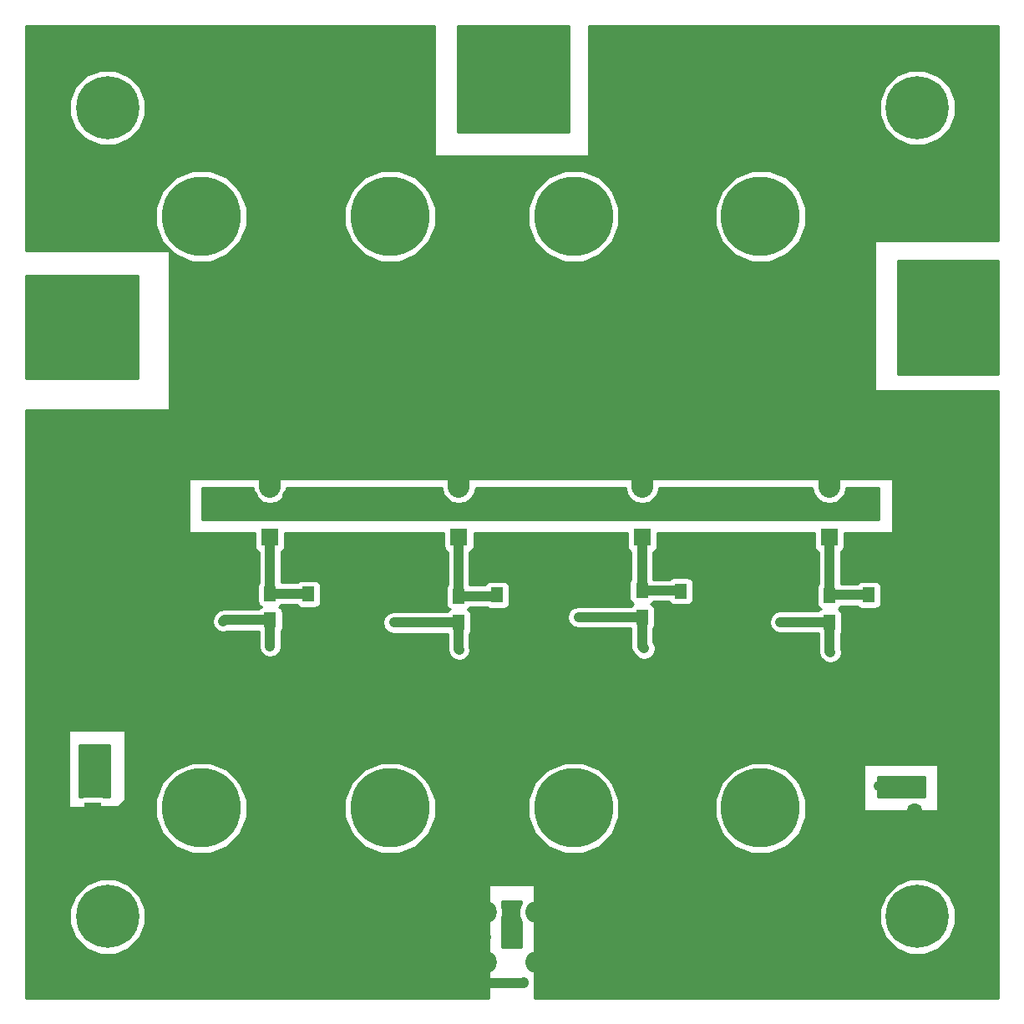
<source format=gbr>
G04 #@! TF.FileFunction,Copper,L2,Bot,Signal*
%FSLAX46Y46*%
G04 Gerber Fmt 4.6, Leading zero omitted, Abs format (unit mm)*
G04 Created by KiCad (PCBNEW 4.0.2-stable) date 10/05/17 14:11:08*
%MOMM*%
G01*
G04 APERTURE LIST*
%ADD10C,0.100000*%
%ADD11R,1.800000X1.800000*%
%ADD12O,1.800000X1.800000*%
%ADD13C,8.000000*%
%ADD14C,6.400000*%
%ADD15C,0.800000*%
%ADD16R,1.700000X1.700000*%
%ADD17O,1.700000X1.700000*%
%ADD18O,5.001260X2.500000*%
%ADD19O,2.500000X5.001260*%
%ADD20C,2.200000*%
%ADD21C,2.000000*%
%ADD22R,1.300000X1.500000*%
%ADD23C,0.600000*%
%ADD24C,1.000000*%
%ADD25C,2.200000*%
%ADD26C,0.500000*%
%ADD27C,0.254000*%
G04 APERTURE END LIST*
D10*
D11*
X123116980Y-98024760D03*
D12*
X123116980Y-95484760D03*
X123116980Y-92944760D03*
D13*
X116150000Y-125500000D03*
X116150000Y-65500000D03*
D11*
X160666980Y-98024760D03*
D12*
X160666980Y-95484760D03*
X160666980Y-92944760D03*
D13*
X153700000Y-125500000D03*
X153700000Y-65500000D03*
D11*
X103966980Y-98024760D03*
D12*
X103966980Y-95484760D03*
X103966980Y-92944760D03*
D13*
X97000000Y-125500000D03*
X97000000Y-65500000D03*
D11*
X141716980Y-98024760D03*
D12*
X141716980Y-95484760D03*
X141716980Y-92944760D03*
D13*
X134750000Y-125500000D03*
X134750000Y-65500000D03*
D14*
X87500000Y-136500000D03*
D15*
X89900000Y-136500000D03*
X89197056Y-138197056D03*
X87500000Y-138900000D03*
X85802944Y-138197056D03*
X85100000Y-136500000D03*
X85802944Y-134802944D03*
X87500000Y-134100000D03*
X89197056Y-134802944D03*
D14*
X169600000Y-136500000D03*
D15*
X172000000Y-136500000D03*
X171297056Y-138197056D03*
X169600000Y-138900000D03*
X167902944Y-138197056D03*
X167200000Y-136500000D03*
X167902944Y-134802944D03*
X169600000Y-134100000D03*
X171297056Y-134802944D03*
D14*
X169600000Y-54500000D03*
D15*
X172000000Y-54500000D03*
X171297056Y-56197056D03*
X169600000Y-56900000D03*
X167902944Y-56197056D03*
X167200000Y-54500000D03*
X167902944Y-52802944D03*
X169600000Y-52100000D03*
X171297056Y-52802944D03*
D14*
X87500000Y-54500000D03*
D15*
X89900000Y-54500000D03*
X89197056Y-56197056D03*
X87500000Y-56900000D03*
X85802944Y-56197056D03*
X85100000Y-54500000D03*
X85802944Y-52802944D03*
X87500000Y-52100000D03*
X89197056Y-52802944D03*
D16*
X169350000Y-123350000D03*
D17*
X169350000Y-125890000D03*
D18*
X172300000Y-95068800D03*
X172300000Y-99031200D03*
D16*
X86000000Y-125800000D03*
D17*
X86000000Y-123260000D03*
D19*
X126518800Y-51950000D03*
X130481200Y-51950000D03*
D18*
X172700000Y-74018800D03*
X172700000Y-77981200D03*
X85450000Y-78681200D03*
X85450000Y-74718800D03*
D20*
X125860000Y-136060000D03*
X130940000Y-136060000D03*
X130940000Y-141140000D03*
X125860000Y-141140000D03*
D21*
X128400000Y-138600000D03*
D18*
X84600000Y-104481200D03*
X84600000Y-100518800D03*
D22*
X104000000Y-103750000D03*
X104000000Y-106450000D03*
X107850000Y-103800000D03*
X107850000Y-106500000D03*
X123100000Y-104000000D03*
X123100000Y-106700000D03*
X127000000Y-103900000D03*
X127000000Y-106600000D03*
X141700000Y-103450000D03*
X141700000Y-106150000D03*
X145600000Y-103500000D03*
X145600000Y-106200000D03*
X160700000Y-103950000D03*
X160700000Y-106650000D03*
X164650000Y-103900000D03*
X164650000Y-106600000D03*
D23*
X82500000Y-106500000D03*
X79800000Y-107200000D03*
X80100000Y-104900000D03*
X80600000Y-102400000D03*
X80100000Y-100600000D03*
X80200000Y-97900000D03*
X82000000Y-97700000D03*
X84800000Y-97700000D03*
X87400000Y-98700000D03*
X90500000Y-99100000D03*
X93100000Y-98800000D03*
X93000000Y-101600000D03*
X91200000Y-101700000D03*
X88600000Y-101700000D03*
X88800000Y-103800000D03*
X90900000Y-104000000D03*
X93100000Y-103600000D03*
X93300000Y-106200000D03*
X91600000Y-106200000D03*
X89100000Y-106300000D03*
X87100000Y-107900000D03*
X84300000Y-108400000D03*
X82100000Y-109000000D03*
X80400000Y-109100000D03*
X81400000Y-112400000D03*
X84700000Y-112400000D03*
X86500000Y-110400000D03*
X89600000Y-108700000D03*
X92400000Y-108700000D03*
X89700000Y-112100000D03*
X87000000Y-114100000D03*
X84900000Y-116100000D03*
X83800000Y-114300000D03*
X80700000Y-114100000D03*
X81100000Y-117000000D03*
X81300000Y-119200000D03*
X81200000Y-121700000D03*
X81100000Y-124500000D03*
X81200000Y-127700000D03*
X87380000Y-142600000D03*
X93470000Y-138180000D03*
X96390000Y-138430000D03*
X99950000Y-133600000D03*
X99570000Y-136020000D03*
X98810000Y-143130000D03*
X105280000Y-143130000D03*
X105160000Y-139950000D03*
X107700000Y-131700000D03*
X110490000Y-124590000D03*
X110360000Y-127890000D03*
X107320000Y-127380000D03*
X108200000Y-122680000D03*
X108330000Y-119760000D03*
X112400000Y-119130000D03*
X117480000Y-118750000D03*
X131480000Y-130060000D03*
X125170000Y-133710000D03*
X124460000Y-131310000D03*
X124460000Y-128100000D03*
X125080000Y-123570000D03*
X125170000Y-120020000D03*
X122860000Y-119210000D03*
X120730000Y-119300000D03*
X121970000Y-123040000D03*
X121440000Y-126860000D03*
X115750000Y-140320000D03*
X113610000Y-142850000D03*
X112360000Y-141310000D03*
X109420000Y-141160000D03*
X109840000Y-137960000D03*
X112930000Y-138760000D03*
X116240000Y-136170000D03*
X114150000Y-133730000D03*
X113610000Y-135900000D03*
X110910000Y-136060000D03*
X110300000Y-132550000D03*
X110720000Y-130190000D03*
X114300000Y-131520000D03*
X118640000Y-131370000D03*
X121730000Y-130530000D03*
X121880000Y-135290000D03*
X118110000Y-134720000D03*
X118220000Y-142950000D03*
X119710000Y-137730000D03*
X124020000Y-140930000D03*
X122420000Y-143520000D03*
X120360000Y-141810000D03*
X123480000Y-138460000D03*
X125390000Y-143220000D03*
X129730000Y-143160000D03*
X132460000Y-142690000D03*
X136250000Y-142650000D03*
X141050000Y-142650000D03*
X145280000Y-142840000D03*
X148440000Y-142840000D03*
X152210000Y-142840000D03*
X154650000Y-142950000D03*
X158700000Y-142890000D03*
X159650000Y-139980000D03*
X159650000Y-136460000D03*
X157020000Y-135790000D03*
X156580000Y-138640000D03*
X156520000Y-140430000D03*
X153670000Y-140260000D03*
X152500000Y-137970000D03*
X153670000Y-135840000D03*
X150480000Y-135620000D03*
X150480000Y-138410000D03*
X149810000Y-140370000D03*
X146740000Y-140480000D03*
X147750000Y-136850000D03*
X144510000Y-137130000D03*
X144230000Y-140200000D03*
X141820000Y-140200000D03*
X141430000Y-137240000D03*
X139480000Y-136070000D03*
X138750000Y-138920000D03*
X136570000Y-141320000D03*
X136400000Y-140200000D03*
X135170000Y-137970000D03*
X136740000Y-137520000D03*
X135840000Y-133830000D03*
X134780000Y-132160000D03*
X131430000Y-131820000D03*
X159260000Y-131650000D03*
X155910000Y-130980000D03*
X151990000Y-131320000D03*
X147470000Y-129920000D03*
X143500000Y-130590000D03*
X140650000Y-130090000D03*
X142160000Y-127570000D03*
X140650000Y-126070000D03*
X139420000Y-122210000D03*
X138300000Y-119470000D03*
X141150000Y-118630000D03*
X142490000Y-123160000D03*
X145060000Y-127020000D03*
X147300000Y-125230000D03*
X144670000Y-122320000D03*
X145790000Y-119920000D03*
X152780000Y-119300000D03*
X158140000Y-119080000D03*
X161600000Y-121820000D03*
X170490000Y-112150000D03*
X170150000Y-114830000D03*
X170150000Y-117460000D03*
X173340000Y-117240000D03*
X176080000Y-115950000D03*
X175930000Y-120280000D03*
X167400000Y-119570000D03*
X164640000Y-119300000D03*
X160910000Y-124820000D03*
X162950000Y-129080000D03*
X166070000Y-127300000D03*
X169890000Y-129880000D03*
X173440000Y-129880000D03*
X176290000Y-132280000D03*
X175500000Y-136550000D03*
X174070000Y-138680000D03*
X172730000Y-143110000D03*
X167250000Y-143720000D03*
X164290000Y-140760000D03*
X164120000Y-132490000D03*
X159980000Y-133660000D03*
X155960000Y-133610000D03*
X152660000Y-133440000D03*
X148190000Y-133050000D03*
X144550000Y-134770000D03*
X138150000Y-133710000D03*
X132730000Y-135840000D03*
X131770000Y-133440000D03*
X169930000Y-107510000D03*
X170380000Y-109970000D03*
X173280000Y-109970000D03*
X176410000Y-109360000D03*
X176440000Y-106000000D03*
X174400000Y-106650000D03*
X172300000Y-105030000D03*
X169930000Y-104410000D03*
X169960000Y-101420000D03*
X172140000Y-101930000D03*
X174260000Y-103660000D03*
X176640000Y-102310000D03*
X175020000Y-100890000D03*
X176540000Y-99140000D03*
X175290000Y-97190000D03*
X176410000Y-94820000D03*
X176300000Y-112600000D03*
X172300000Y-114270000D03*
X116500000Y-137300000D03*
X115750000Y-142600000D03*
X110850000Y-142850000D03*
X107750000Y-139650000D03*
X108800000Y-135200000D03*
X103100000Y-135150000D03*
X102500000Y-138850000D03*
X102850000Y-141950000D03*
X97350000Y-140550000D03*
X97350000Y-134700000D03*
X94400000Y-133100000D03*
X94050000Y-142250000D03*
X91400000Y-142400000D03*
X83750000Y-142600000D03*
X81450000Y-139850000D03*
X81150000Y-135150000D03*
X81600000Y-130750000D03*
X84300000Y-130600000D03*
X87750000Y-129950000D03*
X90600000Y-130750000D03*
X98300000Y-131150000D03*
X102050000Y-131150000D03*
X105800000Y-131150000D03*
X105450000Y-126700000D03*
X102600000Y-124550000D03*
X105150000Y-122700000D03*
X105500000Y-119150000D03*
X101100000Y-119850000D03*
X95850000Y-119150000D03*
X91500000Y-120200000D03*
X89950000Y-124650000D03*
X166350000Y-129800000D03*
X162050000Y-131700000D03*
X161650000Y-135900000D03*
X163600000Y-142100000D03*
X169650000Y-142500000D03*
X175500000Y-139700000D03*
X175500000Y-133500000D03*
X174000000Y-126600000D03*
X172550000Y-119550000D03*
X172300000Y-116100000D03*
X172300000Y-112100000D03*
X172350000Y-107900000D03*
D15*
X85900000Y-120500000D03*
X128400000Y-136400000D03*
X165700000Y-123300000D03*
X167400000Y-123300000D03*
X104000000Y-109100000D03*
X141900000Y-109300000D03*
X123150000Y-109450000D03*
X160800000Y-109700000D03*
X155700000Y-106650000D03*
X135250000Y-106150000D03*
X116550000Y-106700000D03*
X99250000Y-106550000D03*
D23*
X164700000Y-95500000D03*
X164600000Y-93600000D03*
X162700000Y-93500000D03*
X162800000Y-95400000D03*
X159200000Y-94400000D03*
X157700000Y-95500000D03*
X157700000Y-93900000D03*
X156000000Y-93800000D03*
X156200000Y-95400000D03*
X154500000Y-95700000D03*
X154300000Y-93700000D03*
X153100000Y-93700000D03*
X153000000Y-95600000D03*
X151400000Y-95700000D03*
X151600000Y-93700000D03*
X149900000Y-94000000D03*
X149900000Y-95400000D03*
X148100000Y-95600000D03*
X148200000Y-93800000D03*
X146600000Y-93900000D03*
X146500000Y-95500000D03*
X145200000Y-95400000D03*
X145200000Y-93800000D03*
X143700000Y-93800000D03*
X143500000Y-95500000D03*
X139900000Y-94300000D03*
X139900000Y-95600000D03*
X138500000Y-95600000D03*
X138600000Y-93600000D03*
X137100000Y-93800000D03*
X137200000Y-95600000D03*
X135400000Y-95600000D03*
X135700000Y-93800000D03*
X133900000Y-93600000D03*
X133900000Y-95600000D03*
X132500000Y-95600000D03*
X132700000Y-93800000D03*
X131100000Y-93700000D03*
X130800000Y-95500000D03*
X129500000Y-95500000D03*
X129800000Y-93700000D03*
X128200000Y-93900000D03*
X128100000Y-95600000D03*
X126700000Y-95600000D03*
X126800000Y-93500000D03*
X125300000Y-93800000D03*
X125300000Y-95400000D03*
X121400000Y-94500000D03*
X120400000Y-95600000D03*
X120400000Y-93600000D03*
X118900000Y-93800000D03*
X119000000Y-95400000D03*
X117200000Y-95400000D03*
X117200000Y-93800000D03*
X115300000Y-93900000D03*
X115300000Y-95500000D03*
X113500000Y-95500000D03*
X113400000Y-93700000D03*
X111700000Y-93900000D03*
X111700000Y-95700000D03*
X110100000Y-95600000D03*
X110300000Y-93700000D03*
X108600000Y-93600000D03*
X108600000Y-95500000D03*
X107200000Y-95500000D03*
X107300000Y-93700000D03*
X105700000Y-93800000D03*
X105800000Y-95500000D03*
X102300000Y-93900000D03*
X101000000Y-93800000D03*
X99900000Y-93700000D03*
X98500000Y-93500000D03*
X97600000Y-94500000D03*
X98500000Y-95400000D03*
X99900000Y-95400000D03*
X101900000Y-95400000D03*
X83040000Y-76900000D03*
X80230000Y-77160000D03*
X79790000Y-75680000D03*
X81700000Y-74840000D03*
X79810000Y-73140000D03*
X81440000Y-72540000D03*
X82940000Y-72600000D03*
X84460000Y-72600000D03*
X86590000Y-72410000D03*
X88110000Y-72620000D03*
X89100000Y-72180000D03*
X89790000Y-73130000D03*
X88860000Y-74430000D03*
X89830000Y-75730000D03*
X88070000Y-77070000D03*
X89670000Y-77910000D03*
X88800000Y-78900000D03*
X89940000Y-80040000D03*
X88510000Y-80950000D03*
X86200000Y-81120000D03*
X84530000Y-81120000D03*
X82910000Y-80470000D03*
X81420000Y-80020000D03*
X80910000Y-81340000D03*
X79840000Y-80470000D03*
X79920000Y-78760000D03*
X81750000Y-78570000D03*
X170750000Y-75900000D03*
X169220000Y-76280000D03*
X168290000Y-75240000D03*
X168190000Y-73620000D03*
X169550000Y-72320000D03*
X169630000Y-70730000D03*
X171720000Y-71710000D03*
X172960000Y-70770000D03*
X174550000Y-71830000D03*
X175790000Y-70630000D03*
X177210000Y-70820000D03*
X177410000Y-72340000D03*
X175830000Y-73090000D03*
X176830000Y-74800000D03*
X175570000Y-76020000D03*
X177030000Y-76610000D03*
X176190000Y-77920000D03*
X176800000Y-78790000D03*
X176580000Y-80520000D03*
X174900000Y-80410000D03*
X173090000Y-80220000D03*
X171240000Y-80270000D03*
X169040000Y-79910000D03*
X169060000Y-78000000D03*
X126380000Y-55120000D03*
X128780000Y-54460000D03*
X129120000Y-56160000D03*
X127620000Y-56290000D03*
X125390000Y-56390000D03*
X123860000Y-56430000D03*
X123830000Y-54900000D03*
X123830000Y-52650000D03*
X123790000Y-50670000D03*
X123690000Y-48590000D03*
X123810000Y-46760000D03*
X125270000Y-46800000D03*
X125130000Y-48540000D03*
X126840000Y-48500000D03*
X126920000Y-46700000D03*
X128540000Y-46880000D03*
X128540000Y-48540000D03*
X130430000Y-48500000D03*
X130370000Y-46800000D03*
X132850000Y-46790000D03*
X132930000Y-48620000D03*
X132930000Y-50860000D03*
X133010000Y-53000000D03*
X132850000Y-55780000D03*
X130680000Y-55850000D03*
D24*
X82500000Y-106500000D02*
X84518800Y-104481200D01*
X79800000Y-105200000D02*
X79800000Y-107200000D01*
X80100000Y-104900000D02*
X79800000Y-105200000D01*
X80600000Y-101100000D02*
X80600000Y-102400000D01*
X80100000Y-100600000D02*
X80600000Y-101100000D01*
X81800000Y-97900000D02*
X80200000Y-97900000D01*
X82000000Y-97700000D02*
X81800000Y-97900000D01*
X86400000Y-97700000D02*
X84800000Y-97700000D01*
X87400000Y-98700000D02*
X86400000Y-97700000D01*
X92800000Y-99100000D02*
X90500000Y-99100000D01*
X93100000Y-98800000D02*
X92800000Y-99100000D01*
X91300000Y-101600000D02*
X93000000Y-101600000D01*
X91200000Y-101700000D02*
X91300000Y-101600000D01*
X88600000Y-103600000D02*
X88600000Y-101700000D01*
X88800000Y-103800000D02*
X88600000Y-103600000D01*
X92700000Y-104000000D02*
X90900000Y-104000000D01*
X93100000Y-103600000D02*
X92700000Y-104000000D01*
X91600000Y-106200000D02*
X93300000Y-106200000D01*
X88700000Y-106300000D02*
X89100000Y-106300000D01*
X87100000Y-107900000D02*
X88700000Y-106300000D01*
X82700000Y-108400000D02*
X84300000Y-108400000D01*
X82100000Y-109000000D02*
X82700000Y-108400000D01*
X80400000Y-111400000D02*
X80400000Y-109100000D01*
X81400000Y-112400000D02*
X80400000Y-111400000D01*
X84700000Y-112200000D02*
X84700000Y-112400000D01*
X86500000Y-110400000D02*
X84700000Y-112200000D01*
X92400000Y-108700000D02*
X89600000Y-108700000D01*
X89000000Y-112100000D02*
X89700000Y-112100000D01*
X87000000Y-114100000D02*
X89000000Y-112100000D01*
X84900000Y-115400000D02*
X84900000Y-116100000D01*
X83800000Y-114300000D02*
X84900000Y-115400000D01*
X80700000Y-116600000D02*
X80700000Y-114100000D01*
X81100000Y-117000000D02*
X80700000Y-116600000D01*
X81300000Y-121600000D02*
X81300000Y-119200000D01*
X81200000Y-121700000D02*
X81300000Y-121600000D01*
X81100000Y-127600000D02*
X81100000Y-124500000D01*
X81200000Y-127700000D02*
X81100000Y-127600000D01*
X84518800Y-104481200D02*
X84600000Y-104481200D01*
D25*
X103966980Y-92944760D02*
X103966980Y-88633020D01*
X103966980Y-88633020D02*
X104100000Y-88500000D01*
X123116980Y-92944760D02*
X123116980Y-89283020D01*
X123116980Y-89283020D02*
X123400000Y-89000000D01*
X141716980Y-92944760D02*
X141716980Y-90683020D01*
X141716980Y-90683020D02*
X142000000Y-90400000D01*
X160666980Y-92944760D02*
X160666980Y-91333020D01*
X160666980Y-91333020D02*
X160700000Y-91300000D01*
D24*
X89050000Y-142600000D02*
X87380000Y-142600000D01*
X93470000Y-138180000D02*
X89050000Y-142600000D01*
X96390000Y-137160000D02*
X96390000Y-138430000D01*
X99950000Y-133600000D02*
X96390000Y-137160000D01*
X99570000Y-142370000D02*
X99570000Y-136020000D01*
X98810000Y-143130000D02*
X99570000Y-142370000D01*
X105280000Y-140070000D02*
X105280000Y-143130000D01*
X105160000Y-139950000D02*
X105280000Y-140070000D01*
X107700000Y-127380000D02*
X107700000Y-131700000D01*
X110490000Y-124590000D02*
X107700000Y-127380000D01*
X107830000Y-127890000D02*
X110360000Y-127890000D01*
X107320000Y-127380000D02*
X107830000Y-127890000D01*
X108200000Y-119890000D02*
X108200000Y-122680000D01*
X108330000Y-119760000D02*
X108200000Y-119890000D01*
X117100000Y-119130000D02*
X112400000Y-119130000D01*
X117480000Y-118750000D02*
X117100000Y-119130000D01*
X128820000Y-130060000D02*
X131480000Y-130060000D01*
X125170000Y-133710000D02*
X128820000Y-130060000D01*
X124460000Y-128100000D02*
X124460000Y-131310000D01*
X125080000Y-120110000D02*
X125080000Y-123570000D01*
X125170000Y-120020000D02*
X125080000Y-120110000D01*
X120820000Y-119210000D02*
X122860000Y-119210000D01*
X120730000Y-119300000D02*
X120820000Y-119210000D01*
X121970000Y-126330000D02*
X121970000Y-123040000D01*
X121440000Y-126860000D02*
X121970000Y-126330000D01*
X125860000Y-138600000D02*
X123620000Y-138600000D01*
X115750000Y-140710000D02*
X115750000Y-140320000D01*
X113610000Y-142850000D02*
X115750000Y-140710000D01*
X109570000Y-141310000D02*
X112360000Y-141310000D01*
X109420000Y-141160000D02*
X109570000Y-141310000D01*
X112130000Y-137960000D02*
X109840000Y-137960000D01*
X112930000Y-138760000D02*
X112130000Y-137960000D01*
X116240000Y-135820000D02*
X116240000Y-136170000D01*
X114150000Y-133730000D02*
X116240000Y-135820000D01*
X111070000Y-135900000D02*
X113610000Y-135900000D01*
X110910000Y-136060000D02*
X111070000Y-135900000D01*
X110300000Y-130610000D02*
X110300000Y-132550000D01*
X110720000Y-130190000D02*
X110300000Y-130610000D01*
X118490000Y-131520000D02*
X114300000Y-131520000D01*
X118640000Y-131370000D02*
X118490000Y-131520000D01*
X121730000Y-135140000D02*
X121730000Y-130530000D01*
X121880000Y-135290000D02*
X121730000Y-135140000D01*
X118110000Y-142840000D02*
X118110000Y-134720000D01*
X118220000Y-142950000D02*
X118110000Y-142840000D01*
X120820000Y-137730000D02*
X119710000Y-137730000D01*
X124020000Y-140930000D02*
X120820000Y-137730000D01*
X122070000Y-143520000D02*
X122420000Y-143520000D01*
X120360000Y-141810000D02*
X122070000Y-143520000D01*
X123620000Y-138600000D02*
X123480000Y-138460000D01*
X132460000Y-142690000D02*
X136210000Y-142690000D01*
X129670000Y-143220000D02*
X125390000Y-143220000D01*
X129730000Y-143160000D02*
X129670000Y-143220000D01*
X136210000Y-142690000D02*
X136250000Y-142650000D01*
X141050000Y-142650000D02*
X141240000Y-142840000D01*
X141240000Y-142840000D02*
X145280000Y-142840000D01*
X148440000Y-142840000D02*
X152210000Y-142840000D01*
X154650000Y-142950000D02*
X154710000Y-142890000D01*
X154710000Y-142890000D02*
X158700000Y-142890000D01*
X159650000Y-139980000D02*
X159650000Y-136460000D01*
X157020000Y-135790000D02*
X156580000Y-136230000D01*
X156580000Y-136230000D02*
X156580000Y-138640000D01*
X156520000Y-140430000D02*
X156350000Y-140260000D01*
X156350000Y-140260000D02*
X153670000Y-140260000D01*
X152500000Y-137970000D02*
X153670000Y-136800000D01*
X153670000Y-136800000D02*
X153670000Y-135840000D01*
X150480000Y-135620000D02*
X150480000Y-138410000D01*
X149810000Y-140370000D02*
X149700000Y-140480000D01*
X149700000Y-140480000D02*
X146740000Y-140480000D01*
X147750000Y-136850000D02*
X147470000Y-137130000D01*
X147470000Y-137130000D02*
X144510000Y-137130000D01*
X144230000Y-140200000D02*
X141820000Y-140200000D01*
X141430000Y-137240000D02*
X140260000Y-136070000D01*
X140260000Y-136070000D02*
X139480000Y-136070000D01*
X138750000Y-138920000D02*
X136570000Y-141100000D01*
X136570000Y-141100000D02*
X136570000Y-141320000D01*
X136400000Y-140200000D02*
X135170000Y-138970000D01*
X135170000Y-138970000D02*
X135170000Y-137970000D01*
X136740000Y-137520000D02*
X135840000Y-136620000D01*
X135840000Y-136620000D02*
X135840000Y-133830000D01*
X134780000Y-132160000D02*
X134440000Y-131820000D01*
X134440000Y-131820000D02*
X131430000Y-131820000D01*
X132730000Y-134400000D02*
X132730000Y-135840000D01*
X160640000Y-130270000D02*
X160640000Y-128020000D01*
X159260000Y-131650000D02*
X160640000Y-130270000D01*
X152330000Y-130980000D02*
X155910000Y-130980000D01*
X151990000Y-131320000D02*
X152330000Y-130980000D01*
X144170000Y-129920000D02*
X147470000Y-129920000D01*
X143500000Y-130590000D02*
X144170000Y-129920000D01*
X140650000Y-129080000D02*
X140650000Y-130090000D01*
X142160000Y-127570000D02*
X140650000Y-129080000D01*
X140650000Y-123440000D02*
X140650000Y-126070000D01*
X139420000Y-122210000D02*
X140650000Y-123440000D01*
X140310000Y-119470000D02*
X138300000Y-119470000D01*
X141150000Y-118630000D02*
X140310000Y-119470000D01*
X142490000Y-124450000D02*
X142490000Y-123160000D01*
X145060000Y-127020000D02*
X142490000Y-124450000D01*
X147300000Y-124950000D02*
X147300000Y-125230000D01*
X144670000Y-122320000D02*
X147300000Y-124950000D01*
X152160000Y-119920000D02*
X145790000Y-119920000D01*
X152780000Y-119300000D02*
X152160000Y-119920000D01*
X158860000Y-119080000D02*
X158140000Y-119080000D01*
X161600000Y-121820000D02*
X158860000Y-119080000D01*
X172300000Y-112100000D02*
X172250000Y-112150000D01*
X172250000Y-112150000D02*
X170490000Y-112150000D01*
X170150000Y-114830000D02*
X170150000Y-117460000D01*
X173340000Y-117240000D02*
X174630000Y-115950000D01*
X174630000Y-115950000D02*
X176080000Y-115950000D01*
X175930000Y-120280000D02*
X175220000Y-119570000D01*
X175220000Y-119570000D02*
X167400000Y-119570000D01*
X164640000Y-119300000D02*
X160910000Y-123030000D01*
X160910000Y-123030000D02*
X160910000Y-124820000D01*
X160640000Y-128020000D02*
X161700000Y-129080000D01*
X161700000Y-129080000D02*
X162950000Y-129080000D01*
X166070000Y-127300000D02*
X168650000Y-129880000D01*
X168650000Y-129880000D02*
X169890000Y-129880000D01*
X173440000Y-129880000D02*
X175840000Y-132280000D01*
X175840000Y-132280000D02*
X176290000Y-132280000D01*
X175500000Y-136550000D02*
X174070000Y-137980000D01*
X174070000Y-137980000D02*
X174070000Y-138680000D01*
X172730000Y-143110000D02*
X172120000Y-143720000D01*
X172120000Y-143720000D02*
X167250000Y-143720000D01*
X164290000Y-140760000D02*
X164120000Y-140590000D01*
X164120000Y-140590000D02*
X164120000Y-132490000D01*
X159980000Y-133660000D02*
X159930000Y-133610000D01*
X159930000Y-133610000D02*
X155960000Y-133610000D01*
X152660000Y-133440000D02*
X152270000Y-133050000D01*
X152270000Y-133050000D02*
X148190000Y-133050000D01*
X144550000Y-134770000D02*
X143490000Y-133710000D01*
X143490000Y-133710000D02*
X138150000Y-133710000D01*
X131770000Y-133440000D02*
X132730000Y-134400000D01*
X172300000Y-95068800D02*
X176161200Y-95068800D01*
X170320000Y-107900000D02*
X172350000Y-107900000D01*
X169930000Y-107510000D02*
X170320000Y-107900000D01*
X173280000Y-109970000D02*
X170380000Y-109970000D01*
X176410000Y-106030000D02*
X176410000Y-109360000D01*
X176440000Y-106000000D02*
X176410000Y-106030000D01*
X173920000Y-106650000D02*
X174400000Y-106650000D01*
X172300000Y-105030000D02*
X173920000Y-106650000D01*
X169930000Y-101450000D02*
X169930000Y-104410000D01*
X169960000Y-101420000D02*
X169930000Y-101450000D01*
X172530000Y-101930000D02*
X172140000Y-101930000D01*
X174260000Y-103660000D02*
X172530000Y-101930000D01*
X176440000Y-102310000D02*
X176640000Y-102310000D01*
X175020000Y-100890000D02*
X176440000Y-102310000D01*
X176540000Y-98440000D02*
X176540000Y-99140000D01*
X175290000Y-97190000D02*
X176540000Y-98440000D01*
X176161200Y-95068800D02*
X176410000Y-94820000D01*
X172350000Y-107900000D02*
X176300000Y-111850000D01*
X176300000Y-111850000D02*
X176300000Y-112600000D01*
X172300000Y-114270000D02*
X172300000Y-112100000D01*
X88800000Y-125800000D02*
X86000000Y-125800000D01*
X116500000Y-137300000D02*
X115750000Y-138050000D01*
X115750000Y-138050000D02*
X115750000Y-142600000D01*
X110850000Y-142850000D02*
X107750000Y-139750000D01*
X107750000Y-139750000D02*
X107750000Y-139650000D01*
X108800000Y-135200000D02*
X108750000Y-135150000D01*
X108750000Y-135150000D02*
X103100000Y-135150000D01*
X102500000Y-138850000D02*
X102850000Y-139200000D01*
X102850000Y-139200000D02*
X102850000Y-141950000D01*
X97350000Y-140550000D02*
X97350000Y-134700000D01*
X94400000Y-133100000D02*
X94050000Y-133450000D01*
X94050000Y-133450000D02*
X94050000Y-142250000D01*
X91400000Y-142400000D02*
X91200000Y-142600000D01*
X91200000Y-142600000D02*
X83750000Y-142600000D01*
X81450000Y-139850000D02*
X81150000Y-139550000D01*
X81150000Y-139550000D02*
X81150000Y-135150000D01*
X81600000Y-130750000D02*
X81750000Y-130600000D01*
X81750000Y-130600000D02*
X84300000Y-130600000D01*
X87750000Y-129950000D02*
X88550000Y-130750000D01*
X88550000Y-130750000D02*
X90600000Y-130750000D01*
X98300000Y-131150000D02*
X102050000Y-131150000D01*
X105800000Y-131150000D02*
X105450000Y-130800000D01*
X105450000Y-130800000D02*
X105450000Y-126700000D01*
X102600000Y-124550000D02*
X104450000Y-122700000D01*
X104450000Y-122700000D02*
X105150000Y-122700000D01*
X105500000Y-119150000D02*
X104800000Y-119850000D01*
X104800000Y-119850000D02*
X101100000Y-119850000D01*
X95850000Y-119150000D02*
X94800000Y-120200000D01*
X94800000Y-120200000D02*
X91500000Y-120200000D01*
X89950000Y-124650000D02*
X88800000Y-125800000D01*
X163950000Y-129800000D02*
X166350000Y-129800000D01*
X162050000Y-131700000D02*
X163950000Y-129800000D01*
X161650000Y-140150000D02*
X161650000Y-135900000D01*
X163600000Y-142100000D02*
X161650000Y-140150000D01*
X171200000Y-140950000D02*
X169650000Y-142500000D01*
X174250000Y-140950000D02*
X171200000Y-140950000D01*
X175500000Y-139700000D02*
X174250000Y-140950000D01*
X175500000Y-128100000D02*
X175500000Y-133500000D01*
X174000000Y-126600000D02*
X175500000Y-128100000D01*
X172550000Y-116350000D02*
X172550000Y-119550000D01*
X172300000Y-116100000D02*
X172550000Y-116350000D01*
X172300000Y-107950000D02*
X172300000Y-112100000D01*
X172350000Y-107900000D02*
X172300000Y-107950000D01*
D26*
X83000000Y-103540000D02*
X83290000Y-103540000D01*
X85250000Y-100750000D02*
X85000000Y-101000000D01*
X85000000Y-101000000D02*
X83000000Y-101000000D01*
D24*
X85800000Y-120400000D02*
X85900000Y-120500000D01*
X128400000Y-136400000D02*
X128400000Y-136700000D01*
X128400000Y-136700000D02*
X128400000Y-135500000D01*
X167400000Y-123300000D02*
X165700000Y-123300000D01*
X123150000Y-109450000D02*
X123100000Y-109400000D01*
X141900000Y-109300000D02*
X141700000Y-109100000D01*
X160800000Y-109700000D02*
X160700000Y-109600000D01*
X160700000Y-109600000D02*
X160700000Y-106650000D01*
X160700000Y-106650000D02*
X155700000Y-106650000D01*
X141700000Y-109100000D02*
X141700000Y-106150000D01*
X141700000Y-106150000D02*
X135250000Y-106150000D01*
X123100000Y-109400000D02*
X123100000Y-106700000D01*
X123100000Y-106700000D02*
X116550000Y-106700000D01*
X104000000Y-109100000D02*
X104000000Y-106450000D01*
X104000000Y-106450000D02*
X99350000Y-106450000D01*
X99350000Y-106450000D02*
X99250000Y-106550000D01*
X104000000Y-103750000D02*
X107800000Y-103750000D01*
X107800000Y-103750000D02*
X107850000Y-103800000D01*
X104000000Y-103750000D02*
X104000000Y-98057780D01*
X104000000Y-98057780D02*
X103966980Y-98024760D01*
X123100000Y-104000000D02*
X126900000Y-104000000D01*
X123100000Y-104000000D02*
X123100000Y-98041740D01*
X126900000Y-104000000D02*
X127000000Y-103900000D01*
X123100000Y-98041740D02*
X123116980Y-98024760D01*
X141700000Y-103450000D02*
X145550000Y-103450000D01*
X141700000Y-103450000D02*
X141700000Y-98041740D01*
X145550000Y-103450000D02*
X145600000Y-103500000D01*
X141700000Y-98041740D02*
X141716980Y-98024760D01*
X164650000Y-103900000D02*
X160750000Y-103900000D01*
X160750000Y-103900000D02*
X160700000Y-103950000D01*
X160700000Y-103950000D02*
X160700000Y-98057780D01*
X160700000Y-98057780D02*
X160666980Y-98024760D01*
X160666980Y-95484760D02*
X162715240Y-95484760D01*
X164700000Y-95500000D02*
X162800000Y-95500000D01*
X162800000Y-93600000D02*
X164600000Y-93600000D01*
X162700000Y-93500000D02*
X162800000Y-93600000D01*
X162715240Y-95484760D02*
X162800000Y-95400000D01*
X159200000Y-94400000D02*
X160284760Y-95484760D01*
X157700000Y-93900000D02*
X157700000Y-95500000D01*
X156000000Y-95200000D02*
X156000000Y-93800000D01*
X156200000Y-95400000D02*
X156000000Y-95200000D01*
X154500000Y-93900000D02*
X154500000Y-95700000D01*
X154300000Y-93700000D02*
X154500000Y-93900000D01*
X153100000Y-95500000D02*
X153100000Y-93700000D01*
X153000000Y-95600000D02*
X153100000Y-95500000D01*
X151400000Y-93900000D02*
X151400000Y-95700000D01*
X151600000Y-93700000D02*
X151400000Y-93900000D01*
X149900000Y-95400000D02*
X149900000Y-94000000D01*
X148100000Y-93900000D02*
X148100000Y-95600000D01*
X148200000Y-93800000D02*
X148100000Y-93900000D01*
X146600000Y-95400000D02*
X146600000Y-93900000D01*
X146500000Y-95500000D02*
X146600000Y-95400000D01*
X145200000Y-93800000D02*
X145200000Y-95400000D01*
X143700000Y-95300000D02*
X143700000Y-93800000D01*
X143500000Y-95500000D02*
X143700000Y-95300000D01*
X160284760Y-95484760D02*
X160666980Y-95484760D01*
X139900000Y-95600000D02*
X139900000Y-94300000D01*
X138500000Y-93700000D02*
X138500000Y-95600000D01*
X138600000Y-93600000D02*
X138500000Y-93700000D01*
X137100000Y-95500000D02*
X137100000Y-93800000D01*
X137200000Y-95600000D02*
X137100000Y-95500000D01*
X135400000Y-94100000D02*
X135400000Y-95600000D01*
X135700000Y-93800000D02*
X135400000Y-94100000D01*
X133900000Y-95600000D02*
X133900000Y-93600000D01*
X132500000Y-94000000D02*
X132500000Y-95600000D01*
X132700000Y-93800000D02*
X132500000Y-94000000D01*
X131100000Y-95200000D02*
X131100000Y-93700000D01*
X130800000Y-95500000D02*
X131100000Y-95200000D01*
X129500000Y-94000000D02*
X129500000Y-95500000D01*
X129800000Y-93700000D02*
X129500000Y-94000000D01*
X128200000Y-95500000D02*
X128200000Y-93900000D01*
X128100000Y-95600000D02*
X128200000Y-95500000D01*
X126700000Y-93600000D02*
X126700000Y-95600000D01*
X126800000Y-93500000D02*
X126700000Y-93600000D01*
X125300000Y-95400000D02*
X125300000Y-93800000D01*
X103966980Y-95484760D02*
X105784760Y-95484760D01*
X121400000Y-94600000D02*
X121400000Y-94500000D01*
X120400000Y-95600000D02*
X121400000Y-94600000D01*
X119100000Y-93600000D02*
X120400000Y-93600000D01*
X118900000Y-93800000D02*
X119100000Y-93600000D01*
X117200000Y-95400000D02*
X119000000Y-95400000D01*
X115400000Y-93800000D02*
X117200000Y-93800000D01*
X115300000Y-93900000D02*
X115400000Y-93800000D01*
X113500000Y-95500000D02*
X115300000Y-95500000D01*
X111900000Y-93700000D02*
X113400000Y-93700000D01*
X111700000Y-93900000D02*
X111900000Y-93700000D01*
X110200000Y-95700000D02*
X111700000Y-95700000D01*
X110100000Y-95600000D02*
X110200000Y-95700000D01*
X108700000Y-93700000D02*
X110300000Y-93700000D01*
X108600000Y-93600000D02*
X108700000Y-93700000D01*
X107200000Y-95500000D02*
X108600000Y-95500000D01*
X105800000Y-93700000D02*
X107300000Y-93700000D01*
X105700000Y-93800000D02*
X105800000Y-93700000D01*
X105784760Y-95484760D02*
X105800000Y-95500000D01*
X101900000Y-95400000D02*
X103882220Y-95400000D01*
X103882220Y-95400000D02*
X103966980Y-95484760D01*
X103966980Y-95484760D02*
X101984760Y-95484760D01*
X102000000Y-94200000D02*
X102000000Y-95200000D01*
X102300000Y-93900000D02*
X102000000Y-94200000D01*
X100000000Y-93800000D02*
X101000000Y-93800000D01*
X99900000Y-93700000D02*
X100000000Y-93800000D01*
X98500000Y-93600000D02*
X98500000Y-93500000D01*
X97600000Y-94500000D02*
X98500000Y-93600000D01*
X99900000Y-95400000D02*
X98500000Y-95400000D01*
X101984760Y-95484760D02*
X101900000Y-95400000D01*
X85450000Y-78681200D02*
X81861200Y-78681200D01*
X80490000Y-76900000D02*
X83040000Y-76900000D01*
X80230000Y-77160000D02*
X80490000Y-76900000D01*
X80860000Y-75680000D02*
X79790000Y-75680000D01*
X81700000Y-74840000D02*
X80860000Y-75680000D01*
X80840000Y-73140000D02*
X79810000Y-73140000D01*
X81440000Y-72540000D02*
X80840000Y-73140000D01*
X84460000Y-72600000D02*
X82940000Y-72600000D01*
X87900000Y-72410000D02*
X86590000Y-72410000D01*
X88110000Y-72620000D02*
X87900000Y-72410000D01*
X89100000Y-72440000D02*
X89100000Y-72180000D01*
X89790000Y-73130000D02*
X89100000Y-72440000D01*
X88860000Y-74760000D02*
X88860000Y-74430000D01*
X89830000Y-75730000D02*
X88860000Y-74760000D01*
X88830000Y-77070000D02*
X88070000Y-77070000D01*
X89670000Y-77910000D02*
X88830000Y-77070000D01*
X89940000Y-80040000D02*
X88800000Y-78900000D01*
X86370000Y-80950000D02*
X88510000Y-80950000D01*
X86200000Y-81120000D02*
X86370000Y-80950000D01*
X83560000Y-81120000D02*
X84530000Y-81120000D01*
X82910000Y-80470000D02*
X83560000Y-81120000D01*
X81420000Y-80830000D02*
X81420000Y-80020000D01*
X80910000Y-81340000D02*
X81420000Y-80830000D01*
X79840000Y-78840000D02*
X79840000Y-80470000D01*
X79920000Y-78760000D02*
X79840000Y-78840000D01*
X81861200Y-78681200D02*
X81750000Y-78570000D01*
X172700000Y-77981200D02*
X169078800Y-77981200D01*
X170750000Y-75900000D02*
X172631200Y-74018800D01*
X169220000Y-76170000D02*
X169220000Y-76280000D01*
X168290000Y-75240000D02*
X169220000Y-76170000D01*
X168250000Y-73620000D02*
X168190000Y-73620000D01*
X169550000Y-72320000D02*
X168250000Y-73620000D01*
X170740000Y-70730000D02*
X169630000Y-70730000D01*
X171720000Y-71710000D02*
X170740000Y-70730000D01*
X173490000Y-70770000D02*
X172960000Y-70770000D01*
X174550000Y-71830000D02*
X173490000Y-70770000D01*
X177020000Y-70630000D02*
X175790000Y-70630000D01*
X177210000Y-70820000D02*
X177020000Y-70630000D01*
X176580000Y-72340000D02*
X177410000Y-72340000D01*
X175830000Y-73090000D02*
X176580000Y-72340000D01*
X176790000Y-74800000D02*
X176830000Y-74800000D01*
X175570000Y-76020000D02*
X176790000Y-74800000D01*
X177030000Y-77080000D02*
X177030000Y-76610000D01*
X176190000Y-77920000D02*
X177030000Y-77080000D01*
X176800000Y-80300000D02*
X176800000Y-78790000D01*
X176580000Y-80520000D02*
X176800000Y-80300000D01*
X173280000Y-80410000D02*
X174900000Y-80410000D01*
X173090000Y-80220000D02*
X173280000Y-80410000D01*
X169400000Y-80270000D02*
X171240000Y-80270000D01*
X169040000Y-79910000D02*
X169400000Y-80270000D01*
X169078800Y-77981200D02*
X169060000Y-78000000D01*
X172631200Y-74018800D02*
X172700000Y-74018800D01*
X130481200Y-51950000D02*
X130481200Y-55651200D01*
X128120000Y-55120000D02*
X126380000Y-55120000D01*
X128780000Y-54460000D02*
X128120000Y-55120000D01*
X127750000Y-56160000D02*
X129120000Y-56160000D01*
X127620000Y-56290000D02*
X127750000Y-56160000D01*
X123900000Y-56390000D02*
X125390000Y-56390000D01*
X123860000Y-56430000D02*
X123900000Y-56390000D01*
X123830000Y-52650000D02*
X123830000Y-54900000D01*
X123790000Y-48690000D02*
X123790000Y-50670000D01*
X123690000Y-48590000D02*
X123790000Y-48690000D01*
X125230000Y-46760000D02*
X123810000Y-46760000D01*
X125270000Y-46800000D02*
X125230000Y-46760000D01*
X126800000Y-48540000D02*
X125130000Y-48540000D01*
X126840000Y-48500000D02*
X126800000Y-48540000D01*
X128360000Y-46700000D02*
X126920000Y-46700000D01*
X128540000Y-46880000D02*
X128360000Y-46700000D01*
X130390000Y-48540000D02*
X128540000Y-48540000D01*
X130430000Y-48500000D02*
X130390000Y-48540000D01*
X132840000Y-46800000D02*
X130370000Y-46800000D01*
X132850000Y-46790000D02*
X132840000Y-46800000D01*
X132930000Y-50860000D02*
X132930000Y-48620000D01*
X133010000Y-55620000D02*
X133010000Y-53000000D01*
X132850000Y-55780000D02*
X133010000Y-55620000D01*
X130481200Y-55651200D02*
X130680000Y-55850000D01*
D27*
G36*
X129473000Y-135072919D02*
X129469996Y-135075918D01*
X129205301Y-135713373D01*
X129204699Y-136403599D01*
X129468281Y-137041515D01*
X129473000Y-137046242D01*
X129473000Y-139623000D01*
X127527000Y-139623000D01*
X127527000Y-136569664D01*
X127594699Y-136406627D01*
X127595301Y-135716401D01*
X127527000Y-135551100D01*
X127527000Y-134977000D01*
X129473000Y-134977000D01*
X129473000Y-135072919D01*
X129473000Y-135072919D01*
G37*
X129473000Y-135072919D02*
X129469996Y-135075918D01*
X129205301Y-135713373D01*
X129204699Y-136403599D01*
X129468281Y-137041515D01*
X129473000Y-137046242D01*
X129473000Y-139623000D01*
X127527000Y-139623000D01*
X127527000Y-136569664D01*
X127594699Y-136406627D01*
X127595301Y-135716401D01*
X127527000Y-135551100D01*
X127527000Y-134977000D01*
X129473000Y-134977000D01*
X129473000Y-135072919D01*
G36*
X170373000Y-124373000D02*
X165607000Y-124373000D01*
X165607000Y-122327000D01*
X170373000Y-122327000D01*
X170373000Y-124373000D01*
X170373000Y-124373000D01*
G37*
X170373000Y-124373000D02*
X165607000Y-124373000D01*
X165607000Y-122327000D01*
X170373000Y-122327000D01*
X170373000Y-124373000D01*
G36*
X87663000Y-124353000D02*
X87099080Y-124353000D01*
X86850000Y-124302560D01*
X85150000Y-124302560D01*
X84914683Y-124346838D01*
X84905107Y-124353000D01*
X84617000Y-124353000D01*
X84617000Y-119097000D01*
X87663000Y-119097000D01*
X87663000Y-124353000D01*
X87663000Y-124353000D01*
G37*
X87663000Y-124353000D02*
X87099080Y-124353000D01*
X86850000Y-124302560D01*
X85150000Y-124302560D01*
X84914683Y-124346838D01*
X84905107Y-124353000D01*
X84617000Y-124353000D01*
X84617000Y-119097000D01*
X87663000Y-119097000D01*
X87663000Y-124353000D01*
G36*
X134263000Y-56923000D02*
X123037000Y-56923000D01*
X123037000Y-46210000D01*
X134263000Y-46210000D01*
X134263000Y-56923000D01*
X134263000Y-56923000D01*
G37*
X134263000Y-56923000D02*
X123037000Y-56923000D01*
X123037000Y-46210000D01*
X134263000Y-46210000D01*
X134263000Y-56923000D01*
G36*
X177790000Y-81543000D02*
X167657000Y-81543000D01*
X167657000Y-69977000D01*
X177790000Y-69977000D01*
X177790000Y-81543000D01*
X177790000Y-81543000D01*
G37*
X177790000Y-81543000D02*
X167657000Y-81543000D01*
X167657000Y-69977000D01*
X177790000Y-69977000D01*
X177790000Y-81543000D01*
G36*
X90563000Y-81983000D02*
X79210000Y-81983000D01*
X79210000Y-71527000D01*
X90563000Y-71527000D01*
X90563000Y-81983000D01*
X90563000Y-81983000D01*
G37*
X90563000Y-81983000D02*
X79210000Y-81983000D01*
X79210000Y-71527000D01*
X90563000Y-71527000D01*
X90563000Y-81983000D01*
G36*
X102364049Y-93608716D02*
X102740150Y-94171590D01*
X103303024Y-94547691D01*
X103966980Y-94679760D01*
X104630936Y-94547691D01*
X105193810Y-94171590D01*
X105569911Y-93608716D01*
X105685621Y-93027000D01*
X121398339Y-93027000D01*
X121514049Y-93608716D01*
X121890150Y-94171590D01*
X122453024Y-94547691D01*
X123116980Y-94679760D01*
X123780936Y-94547691D01*
X124343810Y-94171590D01*
X124719911Y-93608716D01*
X124835621Y-93027000D01*
X139998339Y-93027000D01*
X140114049Y-93608716D01*
X140490150Y-94171590D01*
X141053024Y-94547691D01*
X141716980Y-94679760D01*
X142380936Y-94547691D01*
X142943810Y-94171590D01*
X143319911Y-93608716D01*
X143435621Y-93027000D01*
X158948339Y-93027000D01*
X159064049Y-93608716D01*
X159440150Y-94171590D01*
X160003024Y-94547691D01*
X160666980Y-94679760D01*
X161330936Y-94547691D01*
X161893810Y-94171590D01*
X162269911Y-93608716D01*
X162385621Y-93027000D01*
X165673000Y-93027000D01*
X165673000Y-96273000D01*
X97127000Y-96273000D01*
X97127000Y-93027000D01*
X102248339Y-93027000D01*
X102364049Y-93608716D01*
X102364049Y-93608716D01*
G37*
X102364049Y-93608716D02*
X102740150Y-94171590D01*
X103303024Y-94547691D01*
X103966980Y-94679760D01*
X104630936Y-94547691D01*
X105193810Y-94171590D01*
X105569911Y-93608716D01*
X105685621Y-93027000D01*
X121398339Y-93027000D01*
X121514049Y-93608716D01*
X121890150Y-94171590D01*
X122453024Y-94547691D01*
X123116980Y-94679760D01*
X123780936Y-94547691D01*
X124343810Y-94171590D01*
X124719911Y-93608716D01*
X124835621Y-93027000D01*
X139998339Y-93027000D01*
X140114049Y-93608716D01*
X140490150Y-94171590D01*
X141053024Y-94547691D01*
X141716980Y-94679760D01*
X142380936Y-94547691D01*
X142943810Y-94171590D01*
X143319911Y-93608716D01*
X143435621Y-93027000D01*
X158948339Y-93027000D01*
X159064049Y-93608716D01*
X159440150Y-94171590D01*
X160003024Y-94547691D01*
X160666980Y-94679760D01*
X161330936Y-94547691D01*
X161893810Y-94171590D01*
X162269911Y-93608716D01*
X162385621Y-93027000D01*
X165673000Y-93027000D01*
X165673000Y-96273000D01*
X97127000Y-96273000D01*
X97127000Y-93027000D01*
X102248339Y-93027000D01*
X102364049Y-93608716D01*
G36*
X120673000Y-59300000D02*
X120683006Y-59349410D01*
X120711447Y-59391035D01*
X120753841Y-59418315D01*
X120800000Y-59427000D01*
X136200000Y-59427000D01*
X136249410Y-59416994D01*
X136291035Y-59388553D01*
X136318315Y-59346159D01*
X136327000Y-59300000D01*
X136327000Y-55259482D01*
X165764336Y-55259482D01*
X166346950Y-56669515D01*
X167424811Y-57749259D01*
X168833825Y-58334333D01*
X170359482Y-58335664D01*
X171769515Y-57753050D01*
X172849259Y-56675189D01*
X173434333Y-55266175D01*
X173435664Y-53740518D01*
X172853050Y-52330485D01*
X171775189Y-51250741D01*
X170366175Y-50665667D01*
X168840518Y-50664336D01*
X167430485Y-51246950D01*
X166350741Y-52324811D01*
X165765667Y-53733825D01*
X165764336Y-55259482D01*
X136327000Y-55259482D01*
X136327000Y-46210000D01*
X177790000Y-46210000D01*
X177790000Y-67973000D01*
X165400000Y-67973000D01*
X165350590Y-67983006D01*
X165308965Y-68011447D01*
X165281685Y-68053841D01*
X165273000Y-68100000D01*
X165273000Y-83100000D01*
X165283006Y-83149410D01*
X165311447Y-83191035D01*
X165353841Y-83218315D01*
X165400000Y-83227000D01*
X177790000Y-83227000D01*
X177790000Y-144790000D01*
X130827000Y-144790000D01*
X130827000Y-137259482D01*
X165764336Y-137259482D01*
X166346950Y-138669515D01*
X167424811Y-139749259D01*
X168833825Y-140334333D01*
X170359482Y-140335664D01*
X171769515Y-139753050D01*
X172849259Y-138675189D01*
X173434333Y-137266175D01*
X173435664Y-135740518D01*
X172853050Y-134330485D01*
X171775189Y-133250741D01*
X170366175Y-132665667D01*
X168840518Y-132664336D01*
X167430485Y-133246950D01*
X166350741Y-134324811D01*
X165765667Y-135733825D01*
X165764336Y-137259482D01*
X130827000Y-137259482D01*
X130827000Y-133400000D01*
X130816994Y-133350590D01*
X130788553Y-133308965D01*
X130746159Y-133281685D01*
X130700000Y-133273000D01*
X126300000Y-133273000D01*
X126250590Y-133283006D01*
X126208965Y-133311447D01*
X126181685Y-133353841D01*
X126173000Y-133400000D01*
X126173000Y-144790000D01*
X79210000Y-144790000D01*
X79210000Y-137259482D01*
X83664336Y-137259482D01*
X84246950Y-138669515D01*
X85324811Y-139749259D01*
X86733825Y-140334333D01*
X88259482Y-140335664D01*
X89669515Y-139753050D01*
X90749259Y-138675189D01*
X91334333Y-137266175D01*
X91335664Y-135740518D01*
X90753050Y-134330485D01*
X89675189Y-133250741D01*
X88266175Y-132665667D01*
X86740518Y-132664336D01*
X85330485Y-133246950D01*
X84250741Y-134324811D01*
X83665667Y-135733825D01*
X83664336Y-137259482D01*
X79210000Y-137259482D01*
X79210000Y-126417914D01*
X92364197Y-126417914D01*
X93068347Y-128122087D01*
X94371055Y-129427071D01*
X96073997Y-130134194D01*
X97917914Y-130135803D01*
X99622087Y-129431653D01*
X100927071Y-128128945D01*
X101634194Y-126426003D01*
X101634201Y-126417914D01*
X111514197Y-126417914D01*
X112218347Y-128122087D01*
X113521055Y-129427071D01*
X115223997Y-130134194D01*
X117067914Y-130135803D01*
X118772087Y-129431653D01*
X120077071Y-128128945D01*
X120784194Y-126426003D01*
X120784201Y-126417914D01*
X130114197Y-126417914D01*
X130818347Y-128122087D01*
X132121055Y-129427071D01*
X133823997Y-130134194D01*
X135667914Y-130135803D01*
X137372087Y-129431653D01*
X138677071Y-128128945D01*
X139384194Y-126426003D01*
X139384201Y-126417914D01*
X149064197Y-126417914D01*
X149768347Y-128122087D01*
X151071055Y-129427071D01*
X152773997Y-130134194D01*
X154617914Y-130135803D01*
X156322087Y-129431653D01*
X157627071Y-128128945D01*
X158334194Y-126426003D01*
X158335803Y-124582086D01*
X157631653Y-122877913D01*
X156328945Y-121572929D01*
X155430832Y-121200000D01*
X164173000Y-121200000D01*
X164173000Y-125700000D01*
X164183006Y-125749410D01*
X164211447Y-125791035D01*
X164253841Y-125818315D01*
X164300000Y-125827000D01*
X171600000Y-125827000D01*
X171649410Y-125816994D01*
X171691035Y-125788553D01*
X171718315Y-125746159D01*
X171727000Y-125700000D01*
X171727000Y-121200000D01*
X171716994Y-121150590D01*
X171688553Y-121108965D01*
X171646159Y-121081685D01*
X171600000Y-121073000D01*
X164300000Y-121073000D01*
X164250590Y-121083006D01*
X164208965Y-121111447D01*
X164181685Y-121153841D01*
X164173000Y-121200000D01*
X155430832Y-121200000D01*
X154626003Y-120865806D01*
X152782086Y-120864197D01*
X151077913Y-121568347D01*
X149772929Y-122871055D01*
X149065806Y-124573997D01*
X149064197Y-126417914D01*
X139384201Y-126417914D01*
X139385803Y-124582086D01*
X138681653Y-122877913D01*
X137378945Y-121572929D01*
X135676003Y-120865806D01*
X133832086Y-120864197D01*
X132127913Y-121568347D01*
X130822929Y-122871055D01*
X130115806Y-124573997D01*
X130114197Y-126417914D01*
X120784201Y-126417914D01*
X120785803Y-124582086D01*
X120081653Y-122877913D01*
X118778945Y-121572929D01*
X117076003Y-120865806D01*
X115232086Y-120864197D01*
X113527913Y-121568347D01*
X112222929Y-122871055D01*
X111515806Y-124573997D01*
X111514197Y-126417914D01*
X101634201Y-126417914D01*
X101635803Y-124582086D01*
X100931653Y-122877913D01*
X99628945Y-121572929D01*
X97926003Y-120865806D01*
X96082086Y-120864197D01*
X94377913Y-121568347D01*
X93072929Y-122871055D01*
X92365806Y-124573997D01*
X92364197Y-126417914D01*
X79210000Y-126417914D01*
X79210000Y-117700000D01*
X83573000Y-117700000D01*
X83573000Y-125300000D01*
X83583006Y-125349410D01*
X83611447Y-125391035D01*
X83653841Y-125418315D01*
X83700000Y-125427000D01*
X89200000Y-125427000D01*
X89249410Y-125416994D01*
X89291035Y-125388553D01*
X89318315Y-125346159D01*
X89327000Y-125300000D01*
X89327000Y-117700000D01*
X89316994Y-117650590D01*
X89288553Y-117608965D01*
X89246159Y-117581685D01*
X89200000Y-117573000D01*
X83700000Y-117573000D01*
X83650590Y-117583006D01*
X83608965Y-117611447D01*
X83581685Y-117653841D01*
X83573000Y-117700000D01*
X79210000Y-117700000D01*
X79210000Y-92200000D01*
X95773000Y-92200000D01*
X95773000Y-97500000D01*
X95783006Y-97549410D01*
X95811447Y-97591035D01*
X95853841Y-97618315D01*
X95900000Y-97627000D01*
X102419540Y-97627000D01*
X102419540Y-98924760D01*
X102463818Y-99160077D01*
X102602890Y-99376201D01*
X102815090Y-99521191D01*
X102865000Y-99531298D01*
X102865000Y-102585025D01*
X102753569Y-102748110D01*
X102702560Y-103000000D01*
X102702560Y-104500000D01*
X102746838Y-104735317D01*
X102885910Y-104951441D01*
X103098110Y-105096431D01*
X103111197Y-105099081D01*
X102898559Y-105235910D01*
X102844519Y-105315000D01*
X99350000Y-105315000D01*
X98935547Y-105397440D01*
X98915654Y-105401397D01*
X98547434Y-105647434D01*
X98447434Y-105747434D01*
X98201397Y-106115655D01*
X98115000Y-106550000D01*
X98201397Y-106984345D01*
X98447434Y-107352566D01*
X98815655Y-107598603D01*
X99250000Y-107685000D01*
X99684345Y-107598603D01*
X99704703Y-107585000D01*
X102843156Y-107585000D01*
X102865000Y-107618946D01*
X102865000Y-109100000D01*
X102951397Y-109534346D01*
X103197434Y-109902566D01*
X103565654Y-110148603D01*
X104000000Y-110235000D01*
X104434346Y-110148603D01*
X104802566Y-109902566D01*
X105048603Y-109534346D01*
X105135000Y-109100000D01*
X105135000Y-107614975D01*
X105246431Y-107451890D01*
X105297440Y-107200000D01*
X105297440Y-105700000D01*
X105253162Y-105464683D01*
X105114090Y-105248559D01*
X104901890Y-105103569D01*
X104888803Y-105100919D01*
X105101441Y-104964090D01*
X105155481Y-104885000D01*
X106660982Y-104885000D01*
X106735910Y-105001441D01*
X106948110Y-105146431D01*
X107200000Y-105197440D01*
X108500000Y-105197440D01*
X108735317Y-105153162D01*
X108951441Y-105014090D01*
X109096431Y-104801890D01*
X109147440Y-104550000D01*
X109147440Y-103050000D01*
X109103162Y-102814683D01*
X108964090Y-102598559D01*
X108751890Y-102453569D01*
X108500000Y-102402560D01*
X107200000Y-102402560D01*
X106964683Y-102446838D01*
X106748559Y-102585910D01*
X106728683Y-102615000D01*
X105156844Y-102615000D01*
X105135000Y-102581054D01*
X105135000Y-99506878D01*
X105318421Y-99388850D01*
X105463411Y-99176650D01*
X105514420Y-98924760D01*
X105514420Y-97627000D01*
X121569540Y-97627000D01*
X121569540Y-98924760D01*
X121613818Y-99160077D01*
X121752890Y-99376201D01*
X121965000Y-99521130D01*
X121965000Y-102835025D01*
X121853569Y-102998110D01*
X121802560Y-103250000D01*
X121802560Y-104750000D01*
X121846838Y-104985317D01*
X121985910Y-105201441D01*
X122198110Y-105346431D01*
X122211197Y-105349081D01*
X121998559Y-105485910D01*
X121944519Y-105565000D01*
X116550000Y-105565000D01*
X116115654Y-105651397D01*
X115747434Y-105897434D01*
X115501397Y-106265654D01*
X115415000Y-106700000D01*
X115501397Y-107134346D01*
X115747434Y-107502566D01*
X116115654Y-107748603D01*
X116550000Y-107835000D01*
X121943156Y-107835000D01*
X121965000Y-107868946D01*
X121965000Y-109400000D01*
X122051397Y-109834346D01*
X122261377Y-110148603D01*
X122297434Y-110202566D01*
X122347434Y-110252566D01*
X122715655Y-110498604D01*
X123150000Y-110585000D01*
X123584346Y-110498604D01*
X123952566Y-110252566D01*
X124198604Y-109884346D01*
X124285000Y-109450000D01*
X124235000Y-109198631D01*
X124235000Y-107864975D01*
X124346431Y-107701890D01*
X124397440Y-107450000D01*
X124397440Y-105950000D01*
X124353162Y-105714683D01*
X124214090Y-105498559D01*
X124001890Y-105353569D01*
X123988803Y-105350919D01*
X124201441Y-105214090D01*
X124255481Y-105135000D01*
X125935025Y-105135000D01*
X126098110Y-105246431D01*
X126350000Y-105297440D01*
X127650000Y-105297440D01*
X127885317Y-105253162D01*
X128101441Y-105114090D01*
X128246431Y-104901890D01*
X128297440Y-104650000D01*
X128297440Y-103150000D01*
X128253162Y-102914683D01*
X128114090Y-102698559D01*
X127901890Y-102553569D01*
X127650000Y-102502560D01*
X126350000Y-102502560D01*
X126114683Y-102546838D01*
X125898559Y-102685910D01*
X125776192Y-102865000D01*
X124256844Y-102865000D01*
X124235000Y-102831054D01*
X124235000Y-99531177D01*
X124252297Y-99527922D01*
X124468421Y-99388850D01*
X124613411Y-99176650D01*
X124664420Y-98924760D01*
X124664420Y-97627000D01*
X140169540Y-97627000D01*
X140169540Y-98924760D01*
X140213818Y-99160077D01*
X140352890Y-99376201D01*
X140565000Y-99521130D01*
X140565000Y-102285025D01*
X140453569Y-102448110D01*
X140402560Y-102700000D01*
X140402560Y-104200000D01*
X140446838Y-104435317D01*
X140585910Y-104651441D01*
X140798110Y-104796431D01*
X140811197Y-104799081D01*
X140598559Y-104935910D01*
X140544519Y-105015000D01*
X135250000Y-105015000D01*
X134815654Y-105101397D01*
X134447434Y-105347434D01*
X134201397Y-105715654D01*
X134115000Y-106150000D01*
X134201397Y-106584346D01*
X134447434Y-106952566D01*
X134815654Y-107198603D01*
X135250000Y-107285000D01*
X140543156Y-107285000D01*
X140565000Y-107318946D01*
X140565000Y-109100000D01*
X140651397Y-109534346D01*
X140851850Y-109834345D01*
X140897434Y-109902566D01*
X141097434Y-110102566D01*
X141465655Y-110348603D01*
X141900000Y-110435000D01*
X142334345Y-110348603D01*
X142702566Y-110102566D01*
X142948603Y-109734345D01*
X143035000Y-109300000D01*
X142948603Y-108865655D01*
X142835000Y-108695636D01*
X142835000Y-107314975D01*
X142946431Y-107151890D01*
X142997440Y-106900000D01*
X142997440Y-105400000D01*
X142953162Y-105164683D01*
X142814090Y-104948559D01*
X142601890Y-104803569D01*
X142588803Y-104800919D01*
X142801441Y-104664090D01*
X142855481Y-104585000D01*
X144410982Y-104585000D01*
X144485910Y-104701441D01*
X144698110Y-104846431D01*
X144950000Y-104897440D01*
X146250000Y-104897440D01*
X146485317Y-104853162D01*
X146701441Y-104714090D01*
X146846431Y-104501890D01*
X146897440Y-104250000D01*
X146897440Y-102750000D01*
X146853162Y-102514683D01*
X146714090Y-102298559D01*
X146501890Y-102153569D01*
X146250000Y-102102560D01*
X144950000Y-102102560D01*
X144714683Y-102146838D01*
X144498559Y-102285910D01*
X144478683Y-102315000D01*
X142856844Y-102315000D01*
X142835000Y-102281054D01*
X142835000Y-99531177D01*
X142852297Y-99527922D01*
X143068421Y-99388850D01*
X143213411Y-99176650D01*
X143264420Y-98924760D01*
X143264420Y-97627000D01*
X159119540Y-97627000D01*
X159119540Y-98924760D01*
X159163818Y-99160077D01*
X159302890Y-99376201D01*
X159515090Y-99521191D01*
X159565000Y-99531298D01*
X159565000Y-102785025D01*
X159453569Y-102948110D01*
X159402560Y-103200000D01*
X159402560Y-104700000D01*
X159446838Y-104935317D01*
X159585910Y-105151441D01*
X159798110Y-105296431D01*
X159811197Y-105299081D01*
X159598559Y-105435910D01*
X159544519Y-105515000D01*
X155700000Y-105515000D01*
X155265654Y-105601397D01*
X154897434Y-105847434D01*
X154651397Y-106215654D01*
X154565000Y-106650000D01*
X154651397Y-107084346D01*
X154897434Y-107452566D01*
X155265654Y-107698603D01*
X155700000Y-107785000D01*
X159543156Y-107785000D01*
X159565000Y-107818946D01*
X159565000Y-109600000D01*
X159651397Y-110034346D01*
X159861377Y-110348603D01*
X159897434Y-110402566D01*
X159997434Y-110502566D01*
X160365654Y-110748603D01*
X160800000Y-110834999D01*
X161234345Y-110748603D01*
X161602566Y-110502566D01*
X161848603Y-110134345D01*
X161934999Y-109700000D01*
X161848603Y-109265654D01*
X161835000Y-109245296D01*
X161835000Y-107814975D01*
X161946431Y-107651890D01*
X161997440Y-107400000D01*
X161997440Y-105900000D01*
X161953162Y-105664683D01*
X161814090Y-105448559D01*
X161601890Y-105303569D01*
X161588803Y-105300919D01*
X161801441Y-105164090D01*
X161889644Y-105035000D01*
X163493156Y-105035000D01*
X163535910Y-105101441D01*
X163748110Y-105246431D01*
X164000000Y-105297440D01*
X165300000Y-105297440D01*
X165535317Y-105253162D01*
X165751441Y-105114090D01*
X165896431Y-104901890D01*
X165947440Y-104650000D01*
X165947440Y-103150000D01*
X165903162Y-102914683D01*
X165764090Y-102698559D01*
X165551890Y-102553569D01*
X165300000Y-102502560D01*
X164000000Y-102502560D01*
X163764683Y-102546838D01*
X163548559Y-102685910D01*
X163494519Y-102765000D01*
X161835000Y-102765000D01*
X161835000Y-99506878D01*
X162018421Y-99388850D01*
X162163411Y-99176650D01*
X162214420Y-98924760D01*
X162214420Y-97627000D01*
X167000000Y-97627000D01*
X167049410Y-97616994D01*
X167091035Y-97588553D01*
X167118315Y-97546159D01*
X167127000Y-97500000D01*
X167127000Y-92200000D01*
X167116994Y-92150590D01*
X167088553Y-92108965D01*
X167046159Y-92081685D01*
X167000000Y-92073000D01*
X95900000Y-92073000D01*
X95850590Y-92083006D01*
X95808965Y-92111447D01*
X95781685Y-92153841D01*
X95773000Y-92200000D01*
X79210000Y-92200000D01*
X79210000Y-85127000D01*
X93700000Y-85127000D01*
X93749410Y-85116994D01*
X93791035Y-85088553D01*
X93818315Y-85046159D01*
X93827000Y-85000000D01*
X93827000Y-69100000D01*
X93816994Y-69050590D01*
X93788553Y-69008965D01*
X93746159Y-68981685D01*
X93700000Y-68973000D01*
X79210000Y-68973000D01*
X79210000Y-66417914D01*
X92364197Y-66417914D01*
X93068347Y-68122087D01*
X94371055Y-69427071D01*
X96073997Y-70134194D01*
X97917914Y-70135803D01*
X99622087Y-69431653D01*
X100927071Y-68128945D01*
X101634194Y-66426003D01*
X101634201Y-66417914D01*
X111514197Y-66417914D01*
X112218347Y-68122087D01*
X113521055Y-69427071D01*
X115223997Y-70134194D01*
X117067914Y-70135803D01*
X118772087Y-69431653D01*
X120077071Y-68128945D01*
X120784194Y-66426003D01*
X120784201Y-66417914D01*
X130114197Y-66417914D01*
X130818347Y-68122087D01*
X132121055Y-69427071D01*
X133823997Y-70134194D01*
X135667914Y-70135803D01*
X137372087Y-69431653D01*
X138677071Y-68128945D01*
X139384194Y-66426003D01*
X139384201Y-66417914D01*
X149064197Y-66417914D01*
X149768347Y-68122087D01*
X151071055Y-69427071D01*
X152773997Y-70134194D01*
X154617914Y-70135803D01*
X156322087Y-69431653D01*
X157627071Y-68128945D01*
X158334194Y-66426003D01*
X158335803Y-64582086D01*
X157631653Y-62877913D01*
X156328945Y-61572929D01*
X154626003Y-60865806D01*
X152782086Y-60864197D01*
X151077913Y-61568347D01*
X149772929Y-62871055D01*
X149065806Y-64573997D01*
X149064197Y-66417914D01*
X139384201Y-66417914D01*
X139385803Y-64582086D01*
X138681653Y-62877913D01*
X137378945Y-61572929D01*
X135676003Y-60865806D01*
X133832086Y-60864197D01*
X132127913Y-61568347D01*
X130822929Y-62871055D01*
X130115806Y-64573997D01*
X130114197Y-66417914D01*
X120784201Y-66417914D01*
X120785803Y-64582086D01*
X120081653Y-62877913D01*
X118778945Y-61572929D01*
X117076003Y-60865806D01*
X115232086Y-60864197D01*
X113527913Y-61568347D01*
X112222929Y-62871055D01*
X111515806Y-64573997D01*
X111514197Y-66417914D01*
X101634201Y-66417914D01*
X101635803Y-64582086D01*
X100931653Y-62877913D01*
X99628945Y-61572929D01*
X97926003Y-60865806D01*
X96082086Y-60864197D01*
X94377913Y-61568347D01*
X93072929Y-62871055D01*
X92365806Y-64573997D01*
X92364197Y-66417914D01*
X79210000Y-66417914D01*
X79210000Y-55259482D01*
X83664336Y-55259482D01*
X84246950Y-56669515D01*
X85324811Y-57749259D01*
X86733825Y-58334333D01*
X88259482Y-58335664D01*
X89669515Y-57753050D01*
X90749259Y-56675189D01*
X91334333Y-55266175D01*
X91335664Y-53740518D01*
X90753050Y-52330485D01*
X89675189Y-51250741D01*
X88266175Y-50665667D01*
X86740518Y-50664336D01*
X85330485Y-51246950D01*
X84250741Y-52324811D01*
X83665667Y-53733825D01*
X83664336Y-55259482D01*
X79210000Y-55259482D01*
X79210000Y-46210000D01*
X120673000Y-46210000D01*
X120673000Y-59300000D01*
X120673000Y-59300000D01*
G37*
X120673000Y-59300000D02*
X120683006Y-59349410D01*
X120711447Y-59391035D01*
X120753841Y-59418315D01*
X120800000Y-59427000D01*
X136200000Y-59427000D01*
X136249410Y-59416994D01*
X136291035Y-59388553D01*
X136318315Y-59346159D01*
X136327000Y-59300000D01*
X136327000Y-55259482D01*
X165764336Y-55259482D01*
X166346950Y-56669515D01*
X167424811Y-57749259D01*
X168833825Y-58334333D01*
X170359482Y-58335664D01*
X171769515Y-57753050D01*
X172849259Y-56675189D01*
X173434333Y-55266175D01*
X173435664Y-53740518D01*
X172853050Y-52330485D01*
X171775189Y-51250741D01*
X170366175Y-50665667D01*
X168840518Y-50664336D01*
X167430485Y-51246950D01*
X166350741Y-52324811D01*
X165765667Y-53733825D01*
X165764336Y-55259482D01*
X136327000Y-55259482D01*
X136327000Y-46210000D01*
X177790000Y-46210000D01*
X177790000Y-67973000D01*
X165400000Y-67973000D01*
X165350590Y-67983006D01*
X165308965Y-68011447D01*
X165281685Y-68053841D01*
X165273000Y-68100000D01*
X165273000Y-83100000D01*
X165283006Y-83149410D01*
X165311447Y-83191035D01*
X165353841Y-83218315D01*
X165400000Y-83227000D01*
X177790000Y-83227000D01*
X177790000Y-144790000D01*
X130827000Y-144790000D01*
X130827000Y-137259482D01*
X165764336Y-137259482D01*
X166346950Y-138669515D01*
X167424811Y-139749259D01*
X168833825Y-140334333D01*
X170359482Y-140335664D01*
X171769515Y-139753050D01*
X172849259Y-138675189D01*
X173434333Y-137266175D01*
X173435664Y-135740518D01*
X172853050Y-134330485D01*
X171775189Y-133250741D01*
X170366175Y-132665667D01*
X168840518Y-132664336D01*
X167430485Y-133246950D01*
X166350741Y-134324811D01*
X165765667Y-135733825D01*
X165764336Y-137259482D01*
X130827000Y-137259482D01*
X130827000Y-133400000D01*
X130816994Y-133350590D01*
X130788553Y-133308965D01*
X130746159Y-133281685D01*
X130700000Y-133273000D01*
X126300000Y-133273000D01*
X126250590Y-133283006D01*
X126208965Y-133311447D01*
X126181685Y-133353841D01*
X126173000Y-133400000D01*
X126173000Y-144790000D01*
X79210000Y-144790000D01*
X79210000Y-137259482D01*
X83664336Y-137259482D01*
X84246950Y-138669515D01*
X85324811Y-139749259D01*
X86733825Y-140334333D01*
X88259482Y-140335664D01*
X89669515Y-139753050D01*
X90749259Y-138675189D01*
X91334333Y-137266175D01*
X91335664Y-135740518D01*
X90753050Y-134330485D01*
X89675189Y-133250741D01*
X88266175Y-132665667D01*
X86740518Y-132664336D01*
X85330485Y-133246950D01*
X84250741Y-134324811D01*
X83665667Y-135733825D01*
X83664336Y-137259482D01*
X79210000Y-137259482D01*
X79210000Y-126417914D01*
X92364197Y-126417914D01*
X93068347Y-128122087D01*
X94371055Y-129427071D01*
X96073997Y-130134194D01*
X97917914Y-130135803D01*
X99622087Y-129431653D01*
X100927071Y-128128945D01*
X101634194Y-126426003D01*
X101634201Y-126417914D01*
X111514197Y-126417914D01*
X112218347Y-128122087D01*
X113521055Y-129427071D01*
X115223997Y-130134194D01*
X117067914Y-130135803D01*
X118772087Y-129431653D01*
X120077071Y-128128945D01*
X120784194Y-126426003D01*
X120784201Y-126417914D01*
X130114197Y-126417914D01*
X130818347Y-128122087D01*
X132121055Y-129427071D01*
X133823997Y-130134194D01*
X135667914Y-130135803D01*
X137372087Y-129431653D01*
X138677071Y-128128945D01*
X139384194Y-126426003D01*
X139384201Y-126417914D01*
X149064197Y-126417914D01*
X149768347Y-128122087D01*
X151071055Y-129427071D01*
X152773997Y-130134194D01*
X154617914Y-130135803D01*
X156322087Y-129431653D01*
X157627071Y-128128945D01*
X158334194Y-126426003D01*
X158335803Y-124582086D01*
X157631653Y-122877913D01*
X156328945Y-121572929D01*
X155430832Y-121200000D01*
X164173000Y-121200000D01*
X164173000Y-125700000D01*
X164183006Y-125749410D01*
X164211447Y-125791035D01*
X164253841Y-125818315D01*
X164300000Y-125827000D01*
X171600000Y-125827000D01*
X171649410Y-125816994D01*
X171691035Y-125788553D01*
X171718315Y-125746159D01*
X171727000Y-125700000D01*
X171727000Y-121200000D01*
X171716994Y-121150590D01*
X171688553Y-121108965D01*
X171646159Y-121081685D01*
X171600000Y-121073000D01*
X164300000Y-121073000D01*
X164250590Y-121083006D01*
X164208965Y-121111447D01*
X164181685Y-121153841D01*
X164173000Y-121200000D01*
X155430832Y-121200000D01*
X154626003Y-120865806D01*
X152782086Y-120864197D01*
X151077913Y-121568347D01*
X149772929Y-122871055D01*
X149065806Y-124573997D01*
X149064197Y-126417914D01*
X139384201Y-126417914D01*
X139385803Y-124582086D01*
X138681653Y-122877913D01*
X137378945Y-121572929D01*
X135676003Y-120865806D01*
X133832086Y-120864197D01*
X132127913Y-121568347D01*
X130822929Y-122871055D01*
X130115806Y-124573997D01*
X130114197Y-126417914D01*
X120784201Y-126417914D01*
X120785803Y-124582086D01*
X120081653Y-122877913D01*
X118778945Y-121572929D01*
X117076003Y-120865806D01*
X115232086Y-120864197D01*
X113527913Y-121568347D01*
X112222929Y-122871055D01*
X111515806Y-124573997D01*
X111514197Y-126417914D01*
X101634201Y-126417914D01*
X101635803Y-124582086D01*
X100931653Y-122877913D01*
X99628945Y-121572929D01*
X97926003Y-120865806D01*
X96082086Y-120864197D01*
X94377913Y-121568347D01*
X93072929Y-122871055D01*
X92365806Y-124573997D01*
X92364197Y-126417914D01*
X79210000Y-126417914D01*
X79210000Y-117700000D01*
X83573000Y-117700000D01*
X83573000Y-125300000D01*
X83583006Y-125349410D01*
X83611447Y-125391035D01*
X83653841Y-125418315D01*
X83700000Y-125427000D01*
X89200000Y-125427000D01*
X89249410Y-125416994D01*
X89291035Y-125388553D01*
X89318315Y-125346159D01*
X89327000Y-125300000D01*
X89327000Y-117700000D01*
X89316994Y-117650590D01*
X89288553Y-117608965D01*
X89246159Y-117581685D01*
X89200000Y-117573000D01*
X83700000Y-117573000D01*
X83650590Y-117583006D01*
X83608965Y-117611447D01*
X83581685Y-117653841D01*
X83573000Y-117700000D01*
X79210000Y-117700000D01*
X79210000Y-92200000D01*
X95773000Y-92200000D01*
X95773000Y-97500000D01*
X95783006Y-97549410D01*
X95811447Y-97591035D01*
X95853841Y-97618315D01*
X95900000Y-97627000D01*
X102419540Y-97627000D01*
X102419540Y-98924760D01*
X102463818Y-99160077D01*
X102602890Y-99376201D01*
X102815090Y-99521191D01*
X102865000Y-99531298D01*
X102865000Y-102585025D01*
X102753569Y-102748110D01*
X102702560Y-103000000D01*
X102702560Y-104500000D01*
X102746838Y-104735317D01*
X102885910Y-104951441D01*
X103098110Y-105096431D01*
X103111197Y-105099081D01*
X102898559Y-105235910D01*
X102844519Y-105315000D01*
X99350000Y-105315000D01*
X98935547Y-105397440D01*
X98915654Y-105401397D01*
X98547434Y-105647434D01*
X98447434Y-105747434D01*
X98201397Y-106115655D01*
X98115000Y-106550000D01*
X98201397Y-106984345D01*
X98447434Y-107352566D01*
X98815655Y-107598603D01*
X99250000Y-107685000D01*
X99684345Y-107598603D01*
X99704703Y-107585000D01*
X102843156Y-107585000D01*
X102865000Y-107618946D01*
X102865000Y-109100000D01*
X102951397Y-109534346D01*
X103197434Y-109902566D01*
X103565654Y-110148603D01*
X104000000Y-110235000D01*
X104434346Y-110148603D01*
X104802566Y-109902566D01*
X105048603Y-109534346D01*
X105135000Y-109100000D01*
X105135000Y-107614975D01*
X105246431Y-107451890D01*
X105297440Y-107200000D01*
X105297440Y-105700000D01*
X105253162Y-105464683D01*
X105114090Y-105248559D01*
X104901890Y-105103569D01*
X104888803Y-105100919D01*
X105101441Y-104964090D01*
X105155481Y-104885000D01*
X106660982Y-104885000D01*
X106735910Y-105001441D01*
X106948110Y-105146431D01*
X107200000Y-105197440D01*
X108500000Y-105197440D01*
X108735317Y-105153162D01*
X108951441Y-105014090D01*
X109096431Y-104801890D01*
X109147440Y-104550000D01*
X109147440Y-103050000D01*
X109103162Y-102814683D01*
X108964090Y-102598559D01*
X108751890Y-102453569D01*
X108500000Y-102402560D01*
X107200000Y-102402560D01*
X106964683Y-102446838D01*
X106748559Y-102585910D01*
X106728683Y-102615000D01*
X105156844Y-102615000D01*
X105135000Y-102581054D01*
X105135000Y-99506878D01*
X105318421Y-99388850D01*
X105463411Y-99176650D01*
X105514420Y-98924760D01*
X105514420Y-97627000D01*
X121569540Y-97627000D01*
X121569540Y-98924760D01*
X121613818Y-99160077D01*
X121752890Y-99376201D01*
X121965000Y-99521130D01*
X121965000Y-102835025D01*
X121853569Y-102998110D01*
X121802560Y-103250000D01*
X121802560Y-104750000D01*
X121846838Y-104985317D01*
X121985910Y-105201441D01*
X122198110Y-105346431D01*
X122211197Y-105349081D01*
X121998559Y-105485910D01*
X121944519Y-105565000D01*
X116550000Y-105565000D01*
X116115654Y-105651397D01*
X115747434Y-105897434D01*
X115501397Y-106265654D01*
X115415000Y-106700000D01*
X115501397Y-107134346D01*
X115747434Y-107502566D01*
X116115654Y-107748603D01*
X116550000Y-107835000D01*
X121943156Y-107835000D01*
X121965000Y-107868946D01*
X121965000Y-109400000D01*
X122051397Y-109834346D01*
X122261377Y-110148603D01*
X122297434Y-110202566D01*
X122347434Y-110252566D01*
X122715655Y-110498604D01*
X123150000Y-110585000D01*
X123584346Y-110498604D01*
X123952566Y-110252566D01*
X124198604Y-109884346D01*
X124285000Y-109450000D01*
X124235000Y-109198631D01*
X124235000Y-107864975D01*
X124346431Y-107701890D01*
X124397440Y-107450000D01*
X124397440Y-105950000D01*
X124353162Y-105714683D01*
X124214090Y-105498559D01*
X124001890Y-105353569D01*
X123988803Y-105350919D01*
X124201441Y-105214090D01*
X124255481Y-105135000D01*
X125935025Y-105135000D01*
X126098110Y-105246431D01*
X126350000Y-105297440D01*
X127650000Y-105297440D01*
X127885317Y-105253162D01*
X128101441Y-105114090D01*
X128246431Y-104901890D01*
X128297440Y-104650000D01*
X128297440Y-103150000D01*
X128253162Y-102914683D01*
X128114090Y-102698559D01*
X127901890Y-102553569D01*
X127650000Y-102502560D01*
X126350000Y-102502560D01*
X126114683Y-102546838D01*
X125898559Y-102685910D01*
X125776192Y-102865000D01*
X124256844Y-102865000D01*
X124235000Y-102831054D01*
X124235000Y-99531177D01*
X124252297Y-99527922D01*
X124468421Y-99388850D01*
X124613411Y-99176650D01*
X124664420Y-98924760D01*
X124664420Y-97627000D01*
X140169540Y-97627000D01*
X140169540Y-98924760D01*
X140213818Y-99160077D01*
X140352890Y-99376201D01*
X140565000Y-99521130D01*
X140565000Y-102285025D01*
X140453569Y-102448110D01*
X140402560Y-102700000D01*
X140402560Y-104200000D01*
X140446838Y-104435317D01*
X140585910Y-104651441D01*
X140798110Y-104796431D01*
X140811197Y-104799081D01*
X140598559Y-104935910D01*
X140544519Y-105015000D01*
X135250000Y-105015000D01*
X134815654Y-105101397D01*
X134447434Y-105347434D01*
X134201397Y-105715654D01*
X134115000Y-106150000D01*
X134201397Y-106584346D01*
X134447434Y-106952566D01*
X134815654Y-107198603D01*
X135250000Y-107285000D01*
X140543156Y-107285000D01*
X140565000Y-107318946D01*
X140565000Y-109100000D01*
X140651397Y-109534346D01*
X140851850Y-109834345D01*
X140897434Y-109902566D01*
X141097434Y-110102566D01*
X141465655Y-110348603D01*
X141900000Y-110435000D01*
X142334345Y-110348603D01*
X142702566Y-110102566D01*
X142948603Y-109734345D01*
X143035000Y-109300000D01*
X142948603Y-108865655D01*
X142835000Y-108695636D01*
X142835000Y-107314975D01*
X142946431Y-107151890D01*
X142997440Y-106900000D01*
X142997440Y-105400000D01*
X142953162Y-105164683D01*
X142814090Y-104948559D01*
X142601890Y-104803569D01*
X142588803Y-104800919D01*
X142801441Y-104664090D01*
X142855481Y-104585000D01*
X144410982Y-104585000D01*
X144485910Y-104701441D01*
X144698110Y-104846431D01*
X144950000Y-104897440D01*
X146250000Y-104897440D01*
X146485317Y-104853162D01*
X146701441Y-104714090D01*
X146846431Y-104501890D01*
X146897440Y-104250000D01*
X146897440Y-102750000D01*
X146853162Y-102514683D01*
X146714090Y-102298559D01*
X146501890Y-102153569D01*
X146250000Y-102102560D01*
X144950000Y-102102560D01*
X144714683Y-102146838D01*
X144498559Y-102285910D01*
X144478683Y-102315000D01*
X142856844Y-102315000D01*
X142835000Y-102281054D01*
X142835000Y-99531177D01*
X142852297Y-99527922D01*
X143068421Y-99388850D01*
X143213411Y-99176650D01*
X143264420Y-98924760D01*
X143264420Y-97627000D01*
X159119540Y-97627000D01*
X159119540Y-98924760D01*
X159163818Y-99160077D01*
X159302890Y-99376201D01*
X159515090Y-99521191D01*
X159565000Y-99531298D01*
X159565000Y-102785025D01*
X159453569Y-102948110D01*
X159402560Y-103200000D01*
X159402560Y-104700000D01*
X159446838Y-104935317D01*
X159585910Y-105151441D01*
X159798110Y-105296431D01*
X159811197Y-105299081D01*
X159598559Y-105435910D01*
X159544519Y-105515000D01*
X155700000Y-105515000D01*
X155265654Y-105601397D01*
X154897434Y-105847434D01*
X154651397Y-106215654D01*
X154565000Y-106650000D01*
X154651397Y-107084346D01*
X154897434Y-107452566D01*
X155265654Y-107698603D01*
X155700000Y-107785000D01*
X159543156Y-107785000D01*
X159565000Y-107818946D01*
X159565000Y-109600000D01*
X159651397Y-110034346D01*
X159861377Y-110348603D01*
X159897434Y-110402566D01*
X159997434Y-110502566D01*
X160365654Y-110748603D01*
X160800000Y-110834999D01*
X161234345Y-110748603D01*
X161602566Y-110502566D01*
X161848603Y-110134345D01*
X161934999Y-109700000D01*
X161848603Y-109265654D01*
X161835000Y-109245296D01*
X161835000Y-107814975D01*
X161946431Y-107651890D01*
X161997440Y-107400000D01*
X161997440Y-105900000D01*
X161953162Y-105664683D01*
X161814090Y-105448559D01*
X161601890Y-105303569D01*
X161588803Y-105300919D01*
X161801441Y-105164090D01*
X161889644Y-105035000D01*
X163493156Y-105035000D01*
X163535910Y-105101441D01*
X163748110Y-105246431D01*
X164000000Y-105297440D01*
X165300000Y-105297440D01*
X165535317Y-105253162D01*
X165751441Y-105114090D01*
X165896431Y-104901890D01*
X165947440Y-104650000D01*
X165947440Y-103150000D01*
X165903162Y-102914683D01*
X165764090Y-102698559D01*
X165551890Y-102553569D01*
X165300000Y-102502560D01*
X164000000Y-102502560D01*
X163764683Y-102546838D01*
X163548559Y-102685910D01*
X163494519Y-102765000D01*
X161835000Y-102765000D01*
X161835000Y-99506878D01*
X162018421Y-99388850D01*
X162163411Y-99176650D01*
X162214420Y-98924760D01*
X162214420Y-97627000D01*
X167000000Y-97627000D01*
X167049410Y-97616994D01*
X167091035Y-97588553D01*
X167118315Y-97546159D01*
X167127000Y-97500000D01*
X167127000Y-92200000D01*
X167116994Y-92150590D01*
X167088553Y-92108965D01*
X167046159Y-92081685D01*
X167000000Y-92073000D01*
X95900000Y-92073000D01*
X95850590Y-92083006D01*
X95808965Y-92111447D01*
X95781685Y-92153841D01*
X95773000Y-92200000D01*
X79210000Y-92200000D01*
X79210000Y-85127000D01*
X93700000Y-85127000D01*
X93749410Y-85116994D01*
X93791035Y-85088553D01*
X93818315Y-85046159D01*
X93827000Y-85000000D01*
X93827000Y-69100000D01*
X93816994Y-69050590D01*
X93788553Y-69008965D01*
X93746159Y-68981685D01*
X93700000Y-68973000D01*
X79210000Y-68973000D01*
X79210000Y-66417914D01*
X92364197Y-66417914D01*
X93068347Y-68122087D01*
X94371055Y-69427071D01*
X96073997Y-70134194D01*
X97917914Y-70135803D01*
X99622087Y-69431653D01*
X100927071Y-68128945D01*
X101634194Y-66426003D01*
X101634201Y-66417914D01*
X111514197Y-66417914D01*
X112218347Y-68122087D01*
X113521055Y-69427071D01*
X115223997Y-70134194D01*
X117067914Y-70135803D01*
X118772087Y-69431653D01*
X120077071Y-68128945D01*
X120784194Y-66426003D01*
X120784201Y-66417914D01*
X130114197Y-66417914D01*
X130818347Y-68122087D01*
X132121055Y-69427071D01*
X133823997Y-70134194D01*
X135667914Y-70135803D01*
X137372087Y-69431653D01*
X138677071Y-68128945D01*
X139384194Y-66426003D01*
X139384201Y-66417914D01*
X149064197Y-66417914D01*
X149768347Y-68122087D01*
X151071055Y-69427071D01*
X152773997Y-70134194D01*
X154617914Y-70135803D01*
X156322087Y-69431653D01*
X157627071Y-68128945D01*
X158334194Y-66426003D01*
X158335803Y-64582086D01*
X157631653Y-62877913D01*
X156328945Y-61572929D01*
X154626003Y-60865806D01*
X152782086Y-60864197D01*
X151077913Y-61568347D01*
X149772929Y-62871055D01*
X149065806Y-64573997D01*
X149064197Y-66417914D01*
X139384201Y-66417914D01*
X139385803Y-64582086D01*
X138681653Y-62877913D01*
X137378945Y-61572929D01*
X135676003Y-60865806D01*
X133832086Y-60864197D01*
X132127913Y-61568347D01*
X130822929Y-62871055D01*
X130115806Y-64573997D01*
X130114197Y-66417914D01*
X120784201Y-66417914D01*
X120785803Y-64582086D01*
X120081653Y-62877913D01*
X118778945Y-61572929D01*
X117076003Y-60865806D01*
X115232086Y-60864197D01*
X113527913Y-61568347D01*
X112222929Y-62871055D01*
X111515806Y-64573997D01*
X111514197Y-66417914D01*
X101634201Y-66417914D01*
X101635803Y-64582086D01*
X100931653Y-62877913D01*
X99628945Y-61572929D01*
X97926003Y-60865806D01*
X96082086Y-60864197D01*
X94377913Y-61568347D01*
X93072929Y-62871055D01*
X92365806Y-64573997D01*
X92364197Y-66417914D01*
X79210000Y-66417914D01*
X79210000Y-55259482D01*
X83664336Y-55259482D01*
X84246950Y-56669515D01*
X85324811Y-57749259D01*
X86733825Y-58334333D01*
X88259482Y-58335664D01*
X89669515Y-57753050D01*
X90749259Y-56675189D01*
X91334333Y-55266175D01*
X91335664Y-53740518D01*
X90753050Y-52330485D01*
X89675189Y-51250741D01*
X88266175Y-50665667D01*
X86740518Y-50664336D01*
X85330485Y-51246950D01*
X84250741Y-52324811D01*
X83665667Y-53733825D01*
X83664336Y-55259482D01*
X79210000Y-55259482D01*
X79210000Y-46210000D01*
X120673000Y-46210000D01*
X120673000Y-59300000D01*
M02*

</source>
